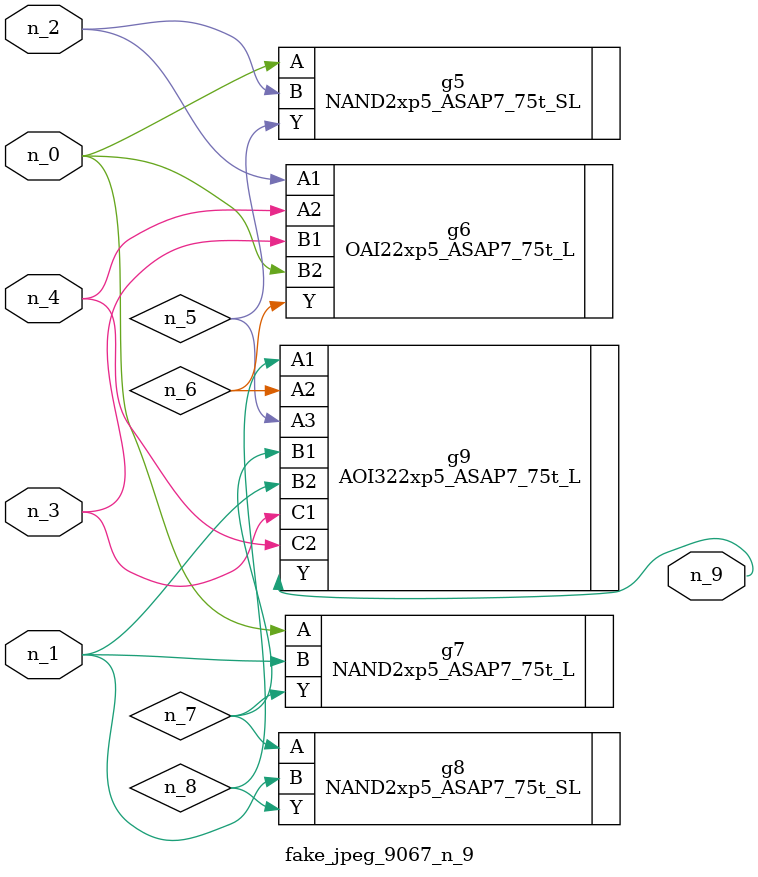
<source format=v>
module fake_jpeg_9067_n_9 (n_3, n_2, n_1, n_0, n_4, n_9);

input n_3;
input n_2;
input n_1;
input n_0;
input n_4;

output n_9;

wire n_8;
wire n_6;
wire n_5;
wire n_7;

NAND2xp5_ASAP7_75t_SL g5 ( 
.A(n_0),
.B(n_2),
.Y(n_5)
);

OAI22xp5_ASAP7_75t_L g6 ( 
.A1(n_2),
.A2(n_4),
.B1(n_3),
.B2(n_0),
.Y(n_6)
);

NAND2xp5_ASAP7_75t_L g7 ( 
.A(n_0),
.B(n_1),
.Y(n_7)
);

NAND2xp5_ASAP7_75t_SL g8 ( 
.A(n_7),
.B(n_1),
.Y(n_8)
);

AOI322xp5_ASAP7_75t_L g9 ( 
.A1(n_8),
.A2(n_6),
.A3(n_5),
.B1(n_7),
.B2(n_1),
.C1(n_3),
.C2(n_4),
.Y(n_9)
);


endmodule
</source>
